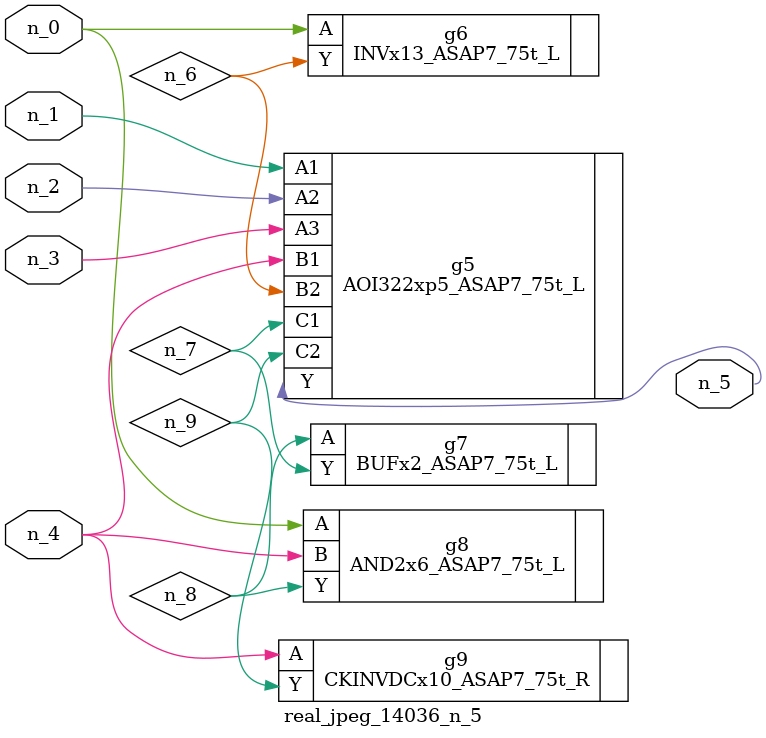
<source format=v>
module real_jpeg_14036_n_5 (n_4, n_0, n_1, n_2, n_3, n_5);

input n_4;
input n_0;
input n_1;
input n_2;
input n_3;

output n_5;

wire n_8;
wire n_6;
wire n_7;
wire n_9;

INVx13_ASAP7_75t_L g6 ( 
.A(n_0),
.Y(n_6)
);

AND2x6_ASAP7_75t_L g8 ( 
.A(n_0),
.B(n_4),
.Y(n_8)
);

AOI322xp5_ASAP7_75t_L g5 ( 
.A1(n_1),
.A2(n_2),
.A3(n_3),
.B1(n_4),
.B2(n_6),
.C1(n_7),
.C2(n_9),
.Y(n_5)
);

CKINVDCx10_ASAP7_75t_R g9 ( 
.A(n_4),
.Y(n_9)
);

BUFx2_ASAP7_75t_L g7 ( 
.A(n_8),
.Y(n_7)
);


endmodule
</source>
